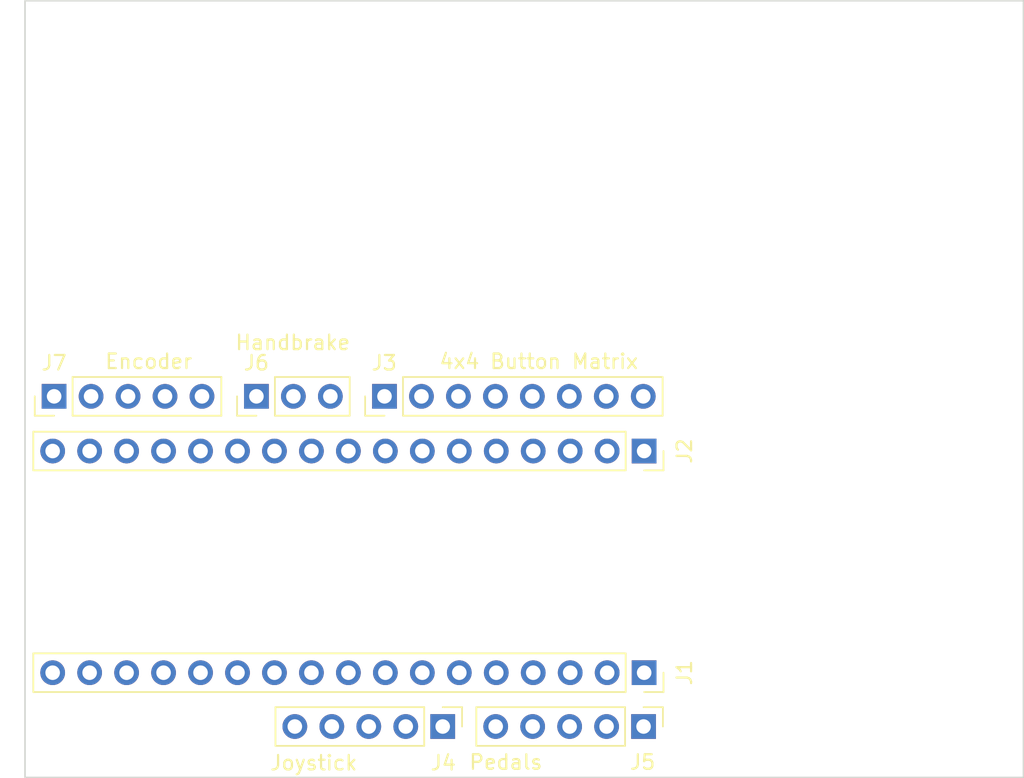
<source format=kicad_pcb>
(kicad_pcb (version 20240108) (generator "pcbnew") (generator_version "8.0")
  (title_block (date "sam. 04 avril 2015"))
  (layers (0 "F.Cu" signal) (31 "B.Cu" signal) (34 "B.Paste" user) (35 "F.Paste" user) (36 "B.SilkS" user "B.Silkscreen") (37 "F.SilkS" user "F.Silkscreen") (38 "B.Mask" user) (39 "F.Mask" user) (44 "Edge.Cuts" user))
  (net 0 "")
  (net 1 "/*D13")
  (net 4 "GND")
  (net 5 "/~{RESET}")
  (net 6 "VCC")
  (net 7 "/D14{slash}MISO")
  (net 8 "/D15{slash}SCK")
  (net 9 "/D12")
  (net 10 "/*D11")
  (net 11 "/*D10")
  (net 12 "/*D9")
  (net 13 "/D8")
  (net 14 "/D7")
  (net 15 "/*D6")
  (net 16 "/*D5")
  (net 17 "/D4")
  (net 18 "/*D3{slash}SCL")
  (net 19 "+5V")
  (net 20 "/A5")
  (net 21 "/A4")
  (net 22 "/A3")
  (net 23 "/A2")
  (net 24 "/A1")
  (net 25 "/A0")
  (net 26 "/AREF")
  (net 27 "/D2{slash}SDA")
  (net 28 "/B")
  (net 29 "/A")
  (net 30 "/D17{slash}SS")
  (net 31 "/D16{slash}MOSI")
  (net 32 "+3V3")
  (net 33 "/Z")
  (footprint "Connector_PinSocket_2.54mm:PinSocket_1x17_P2.54mm_Vertical" (layer "F.Cu") (at 142.54 92.8 -90)
    (property "Reference" "J1" (at 0 -2.77 90) (layer "F.SilkS"))
    (property "Value" "Analog")
    (fp_line (start -1.33 41.97) (end 1.33 41.97) (stroke (width 0.12)) (layer "F.SilkS"))
    (fp_line (start -1.33 1.27) (end -1.33 41.97) (stroke (width 0.12)) (layer "F.SilkS"))
    (fp_line (start -1.33 1.27) (end 1.33 1.27) (stroke (width 0.12)) (layer "F.SilkS"))
    (fp_line (start 1.33 1.27) (end 1.33 41.97) (stroke (width 0.12)) (layer "F.SilkS"))
    (fp_line (start 0 -1.33) (end 1.33 -1.33) (stroke (width 0.12)) (layer "F.SilkS"))
    (fp_line (start 1.33 -1.33) (end 1.33 0) (stroke (width 0.12)) (layer "F.SilkS"))
    (pad "1" thru_hole rect (at 0 0 270) (size 1.7 1.7) (drill 1) (layers "*.Cu" "*.Mask") (net 1 "/*D13"))
    (pad "2" thru_hole oval (at 0 2.54 270) (size 1.7 1.7) (drill 1) (layers "*.Cu" "*.Mask") (net 32 "+3V3"))
    (pad "3" thru_hole oval (at 0 5.08 270) (size 1.7 1.7) (drill 1) (layers "*.Cu" "*.Mask") (net 26 "/AREF"))
    (pad "4" thru_hole oval (at 0 7.62 270) (size 1.7 1.7) (drill 1) (layers "*.Cu" "*.Mask") (net 25 "/A0"))
    (pad "5" thru_hole oval (at 0 10.16 270) (size 1.7 1.7) (drill 1) (layers "*.Cu" "*.Mask") (net 24 "/A1"))
    (pad "6" thru_hole oval (at 0 12.7 270) (size 1.7 1.7) (drill 1) (layers "*.Cu" "*.Mask") (net 23 "/A2"))
    (pad "7" thru_hole oval (at 0 15.24 270) (size 1.7 1.7) (drill 1) (layers "*.Cu" "*.Mask") (net 22 "/A3"))
    (pad "8" thru_hole oval (at 0 17.78 270) (size 1.7 1.7) (drill 1) (layers "*.Cu" "*.Mask") (net 21 "/A4"))
    (pad "9" thru_hole oval (at 0 20.32 270) (size 1.7 1.7) (drill 1) (layers "*.Cu" "*.Mask") (net 20 "/A5"))
    (pad "10" thru_hole oval (at 0 22.86 270) (size 1.7 1.7) (drill 1) (layers "*.Cu" "*.Mask"))
    (pad "11" thru_hole oval (at 0 25.4 270) (size 1.7 1.7) (drill 1) (layers "*.Cu" "*.Mask"))
    (pad "12" thru_hole oval (at 0 27.94 270) (size 1.7 1.7) (drill 1) (layers "*.Cu" "*.Mask") (net 19 "+5V"))
    (pad "13" thru_hole oval (at 0 30.48 270) (size 1.7 1.7) (drill 1) (layers "*.Cu" "*.Mask") (net 5 "/~{RESET}"))
    (pad "14" thru_hole oval (at 0 33.02 270) (size 1.7 1.7) (drill 1) (layers "*.Cu" "*.Mask") (net 4 "GND"))
    (pad "15" thru_hole oval (at 0 35.56 270) (size 1.7 1.7) (drill 1) (layers "*.Cu" "*.Mask") (net 6 "VCC"))
    (pad "16" thru_hole oval (at 0 38.1 270) (size 1.7 1.7) (drill 1) (layers "*.Cu" "*.Mask") (net 7 "/D14{slash}MISO"))
    (pad "17" thru_hole oval (at 0 40.64 270) (size 1.7 1.7) (drill 1) (layers "*.Cu" "*.Mask") (net 8 "/D15{slash}SCK"))
  )
  (footprint "Connector_PinSocket_2.54mm:PinSocket_1x17_P2.54mm_Vertical" (layer "F.Cu") (at 142.54 77.56 -90)
    (property "Reference" "J2" (at 0 -2.77 90) (layer "F.SilkS"))
    (property "Value" "Digital")
    (fp_line (start -1.33 41.97) (end 1.33 41.97) (stroke (width 0.12)) (layer "F.SilkS"))
    (fp_line (start -1.33 1.27) (end -1.33 41.97) (stroke (width 0.12)) (layer "F.SilkS"))
    (fp_line (start -1.33 1.27) (end 1.33 1.27) (stroke (width 0.12)) (layer "F.SilkS"))
    (fp_line (start 1.33 1.27) (end 1.33 41.97) (stroke (width 0.12)) (layer "F.SilkS"))
    (fp_line (start 0 -1.33) (end 1.33 -1.33) (stroke (width 0.12)) (layer "F.SilkS"))
    (fp_line (start 1.33 -1.33) (end 1.33 0) (stroke (width 0.12)) (layer "F.SilkS"))
    (pad "1" thru_hole rect (at 0 0 270) (size 1.7 1.7) (drill 1) (layers "*.Cu" "*.Mask") (net 9 "/D12"))
    (pad "2" thru_hole oval (at 0 2.54 270) (size 1.7 1.7) (drill 1) (layers "*.Cu" "*.Mask") (net 10 "/*D11"))
    (pad "3" thru_hole oval (at 0 5.08 270) (size 1.7 1.7) (drill 1) (layers "*.Cu" "*.Mask") (net 11 "/*D10"))
    (pad "4" thru_hole oval (at 0 7.62 270) (size 1.7 1.7) (drill 1) (layers "*.Cu" "*.Mask") (net 12 "/*D9"))
    (pad "5" thru_hole oval (at 0 10.16 270) (size 1.7 1.7) (drill 1) (layers "*.Cu" "*.Mask") (net 13 "/D8"))
    (pad "6" thru_hole oval (at 0 12.7 270) (size 1.7 1.7) (drill 1) (layers "*.Cu" "*.Mask") (net 14 "/D7"))
    (pad "7" thru_hole oval (at 0 15.24 270) (size 1.7 1.7) (drill 1) (layers "*.Cu" "*.Mask") (net 15 "/*D6"))
    (pad "8" thru_hole oval (at 0 17.78 270) (size 1.7 1.7) (drill 1) (layers "*.Cu" "*.Mask") (net 16 "/*D5"))
    (pad "9" thru_hole oval (at 0 20.32 270) (size 1.7 1.7) (drill 1) (layers "*.Cu" "*.Mask") (net 17 "/D4"))
    (pad "10" thru_hole oval (at 0 22.86 270) (size 1.7 1.7) (drill 1) (layers "*.Cu" "*.Mask") (net 18 "/*D3{slash}SCL"))
    (pad "11" thru_hole oval (at 0 25.4 270) (size 1.7 1.7) (drill 1) (layers "*.Cu" "*.Mask") (net 27 "/D2{slash}SDA"))
    (pad "12" thru_hole oval (at 0 27.94 270) (size 1.7 1.7) (drill 1) (layers "*.Cu" "*.Mask") (net 4 "GND"))
    (pad "13" thru_hole oval (at 0 30.48 270) (size 1.7 1.7) (drill 1) (layers "*.Cu" "*.Mask") (net 5 "/~{RESET}"))
    (pad "14" thru_hole oval (at 0 33.02 270) (size 1.7 1.7) (drill 1) (layers "*.Cu" "*.Mask") (net 29 "/A"))
    (pad "15" thru_hole oval (at 0 35.56 270) (size 1.7 1.7) (drill 1) (layers "*.Cu" "*.Mask") (net 28 "/B"))
    (pad "16" thru_hole oval (at 0 38.1 270) (size 1.7 1.7) (drill 1) (layers "*.Cu" "*.Mask") (net 30 "/D17{slash}SS"))
    (pad "17" thru_hole oval (at 0 40.64 270) (size 1.7 1.7) (drill 1) (layers "*.Cu" "*.Mask") (net 31 "/D16{slash}MOSI"))
  )
  (footprint "Connector_PinHeader_2.54mm:PinHeader_1x08_P2.54mm_Vertical" (layer "F.Cu") (at 124.7 73.8 90)
    (property "Reference" "J3" (at 2.3 -0.02 0) (layer "F.SilkS"))
    (property "Value" "4x4 Button Matrix" (at 2.4 10.6 0) (layer "F.SilkS"))
    (fp_line (start -1.33 -1.33) (end 0 -1.33) (stroke (width 0.12)) (layer "F.SilkS"))
    (fp_line (start -1.33 0) (end -1.33 -1.33) (stroke (width 0.12)) (layer "F.SilkS"))
    (fp_line (start 1.33 1.27) (end 1.33 19.11) (stroke (width 0.12)) (layer "F.SilkS"))
    (fp_line (start -1.33 1.27) (end 1.33 1.27) (stroke (width 0.12)) (layer "F.SilkS"))
    (fp_line (start -1.33 1.27) (end -1.33 19.11) (stroke (width 0.12)) (layer "F.SilkS"))
    (fp_line (start -1.33 19.11) (end 1.33 19.11) (stroke (width 0.12)) (layer "F.SilkS"))
    (pad "1" thru_hole rect (at 0 0 90) (size 1.7 1.7) (drill 1) (layers "*.Cu" "*.Mask") (net 16 "/*D5"))
    (pad "2" thru_hole oval (at 0 2.54 90) (size 1.7 1.7) (drill 1) (layers "*.Cu" "*.Mask") (net 15 "/*D6"))
    (pad "3" thru_hole oval (at 0 5.08 90) (size 1.7 1.7) (drill 1) (layers "*.Cu" "*.Mask") (net 14 "/D7"))
    (pad "4" thru_hole oval (at 0 7.62 90) (size 1.7 1.7) (drill 1) (layers "*.Cu" "*.Mask") (net 9 "/D12"))
    (pad "5" thru_hole oval (at 0 10.16 90) (size 1.7 1.7) (drill 1) (layers "*.Cu" "*.Mask") (net 7 "/D14{slash}MISO"))
    (pad "6" thru_hole oval (at 0 12.7 90) (size 1.7 1.7) (drill 1) (layers "*.Cu" "*.Mask") (net 8 "/D15{slash}SCK"))
    (pad "7" thru_hole oval (at 0 15.24 90) (size 1.7 1.7) (drill 1) (layers "*.Cu" "*.Mask") (net 31 "/D16{slash}MOSI"))
    (pad "8" thru_hole oval (at 0 17.78 90) (size 1.7 1.7) (drill 1) (layers "*.Cu" "*.Mask") (net 17 "/D4"))
  )
  (footprint "Connector_PinHeader_2.54mm:PinHeader_1x03_P2.54mm_Vertical" (layer "F.Cu") (at 115.9 73.8 90)
    (property "Reference" "J6" (at 2.3 0 0) (layer "F.SilkS"))
    (property "Value" "Handbrake" (at 3.7 2.5 0) (layer "F.SilkS"))
    (fp_line (start -1.33 -1.33) (end 0 -1.33) (stroke (width 0.12)) (layer "F.SilkS"))
    (fp_line (start -1.33 0) (end -1.33 -1.33) (stroke (width 0.12)) (layer "F.SilkS"))
    (fp_line (start 1.33 1.27) (end 1.33 6.41) (stroke (width 0.12)) (layer "F.SilkS"))
    (fp_line (start -1.33 1.27) (end 1.33 1.27) (stroke (width 0.12)) (layer "F.SilkS"))
    (fp_line (start -1.33 1.27) (end -1.33 6.41) (stroke (width 0.12)) (layer "F.SilkS"))
    (fp_line (start -1.33 6.41) (end 1.33 6.41) (stroke (width 0.12)) (layer "F.SilkS"))
    (pad "1" thru_hole rect (at 0 0 90) (size 1.7 1.7) (drill 1) (layers "*.Cu" "*.Mask") (net 4 "GND"))
    (pad "2" thru_hole oval (at 0 2.54 90) (size 1.7 1.7) (drill 1) (layers "*.Cu" "*.Mask") (net 19 "+5V"))
    (pad "3" thru_hole oval (at 0 5.08 90) (size 1.7 1.7) (drill 1) (layers "*.Cu" "*.Mask") (net 22 "/A3"))
  )
  (footprint "Connector_PinHeader_2.54mm:PinHeader_1x05_P2.54mm_Vertical" (layer "F.Cu") (at 102 73.8 90)
    (property "Reference" "J7" (at 2.3 0 180) (layer "F.SilkS"))
    (property "Value" "Encoder" (at 2.4 6.5 180) (layer "F.SilkS"))
    (fp_line (start -1.33 -1.33) (end 0 -1.33) (stroke (width 0.12)) (layer "F.SilkS"))
    (fp_line (start -1.33 0) (end -1.33 -1.33) (stroke (width 0.12)) (layer "F.SilkS"))
    (fp_line (start 1.33 1.27) (end 1.33 11.49) (stroke (width 0.12)) (layer "F.SilkS"))
    (fp_line (start -1.33 1.27) (end 1.33 1.27) (stroke (width 0.12)) (layer "F.SilkS"))
    (fp_line (start -1.33 1.27) (end -1.33 11.49) (stroke (width 0.12)) (layer "F.SilkS"))
    (fp_line (start -1.33 11.49) (end 1.33 11.49) (stroke (width 0.12)) (layer "F.SilkS"))
    (pad "1" thru_hole rect (at 0 0 90) (size 1.7 1.7) (drill 1) (layers "*.Cu" "*.Mask") (net 33 "/Z"))
    (pad "2" thru_hole oval (at 0 2.54 90) (size 1.7 1.7) (drill 1) (layers "*.Cu" "*.Mask") (net 28 "/B"))
    (pad "3" thru_hole oval (at 0 5.08 90) (size 1.7 1.7) (drill 1) (layers "*.Cu" "*.Mask") (net 29 "/A"))
    (pad "4" thru_hole oval (at 0 7.62 90) (size 1.7 1.7) (drill 1) (layers "*.Cu" "*.Mask") (net 19 "+5V"))
    (pad "5" thru_hole oval (at 0 10.16 90) (size 1.7 1.7) (drill 1) (layers "*.Cu" "*.Mask") (net 4 "GND"))
  )
  (footprint "Connector_PinHeader_2.54mm:PinHeader_1x05_P2.54mm_Vertical" (layer "F.Cu") (at 128.7 96.5 -90)
    (property "Reference" "J4" (at 2.5 -0.04 0) (layer "F.SilkS"))
    (property "Value" "Joystick" (at 2.5 8.86 0) (layer "F.SilkS"))
    (fp_line (start -1.33 11.49) (end 1.33 11.49) (stroke (width 0.12)) (layer "F.SilkS"))
    (fp_line (start -1.33 1.27) (end -1.33 11.49) (stroke (width 0.12)) (layer "F.SilkS"))
    (fp_line (start -1.33 1.27) (end 1.33 1.27) (stroke (width 0.12)) (layer "F.SilkS"))
    (fp_line (start 1.33 1.27) (end 1.33 11.49) (stroke (width 0.12)) (layer "F.SilkS"))
    (fp_line (start -1.33 0) (end -1.33 -1.33) (stroke (width 0.12)) (layer "F.SilkS"))
    (fp_line (start -1.33 -1.33) (end 0 -1.33) (stroke (width 0.12)) (layer "F.SilkS"))
    (pad "1" thru_hole rect (at 0 0 270) (size 1.7 1.7) (drill 1) (layers "*.Cu" "*.Mask") (net 4 "GND"))
    (pad "2" thru_hole oval (at 0 2.54 270) (size 1.7 1.7) (drill 1) (layers "*.Cu" "*.Mask") (net 19 "+5V"))
    (pad "3" thru_hole oval (at 0 5.08 270) (size 1.7 1.7) (drill 1) (layers "*.Cu" "*.Mask") (net 21 "/A4"))
    (pad "4" thru_hole oval (at 0 7.62 270) (size 1.7 1.7) (drill 1) (layers "*.Cu" "*.Mask") (net 20 "/A5"))
    (pad "5" thru_hole oval (at 0 10.16 270) (size 1.7 1.7) (drill 1) (layers "*.Cu" "*.Mask") (net 4 "GND"))
  )
  (footprint "Connector_PinHeader_2.54mm:PinHeader_1x05_P2.54mm_Vertical" (layer "F.Cu") (at 142.5 96.5 -90)
    (property "Reference" "J5" (at 2.45 0.06 0) (layer "F.SilkS"))
    (property "Value" "Pedals" (at 2.45 9.46 0) (layer "F.SilkS"))
    (fp_line (start -1.33 11.49) (end 1.33 11.49) (stroke (width 0.12)) (layer "F.SilkS"))
    (fp_line (start -1.33 1.27) (end -1.33 11.49) (stroke (width 0.12)) (layer "F.SilkS"))
    (fp_line (start -1.33 1.27) (end 1.33 1.27) (stroke (width 0.12)) (layer "F.SilkS"))
    (fp_line (start 1.33 1.27) (end 1.33 11.49) (stroke (width 0.12)) (layer "F.SilkS"))
    (fp_line (start -1.33 0) (end -1.33 -1.33) (stroke (width 0.12)) (layer "F.SilkS"))
    (fp_line (start -1.33 -1.33) (end 0 -1.33) (stroke (width 0.12)) (layer "F.SilkS"))
    (pad "1" thru_hole rect (at 0 0 270) (size 1.7 1.7) (drill 1) (layers "*.Cu" "*.Mask") (net 4 "GND"))
    (pad "2" thru_hole oval (at 0 2.54 270) (size 1.7 1.7) (drill 1) (layers "*.Cu" "*.Mask") (net 19 "+5V"))
    (pad "3" thru_hole oval (at 0 5.08 270) (size 1.7 1.7) (drill 1) (layers "*.Cu" "*.Mask") (net 25 "/A0"))
    (pad "4" thru_hole oval (at 0 7.62 270) (size 1.7 1.7) (drill 1) (layers "*.Cu" "*.Mask") (net 24 "/A1"))
    (pad "5" thru_hole oval (at 0 10.16 270) (size 1.7 1.7) (drill 1) (layers "*.Cu" "*.Mask") (net 23 "/A2"))
  )
  (gr_rect (start 100 46.6) (end 168.6 100) (stroke (width 0.1)) (fill none) (layer "Edge.Cuts"))
)
</source>
